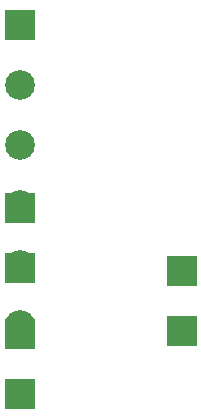
<source format=gbl>
G04 MADE WITH FRITZING*
G04 WWW.FRITZING.ORG*
G04 DOUBLE SIDED*
G04 HOLES PLATED*
G04 CONTOUR ON CENTER OF CONTOUR VECTOR*
%ASAXBY*%
%FSLAX23Y23*%
%MOIN*%
%OFA0B0*%
%SFA1.0B1.0*%
%ADD10C,0.099055*%
%ADD11R,0.099055X0.099055*%
%LNCOPPER0*%
G90*
G70*
G54D10*
<<<<<<< HEAD
X320Y1369D03*
X320Y1169D03*
X320Y969D03*
X320Y769D03*
X320Y569D03*
X320Y369D03*
G54D11*
X320Y1369D03*
=======
X858Y348D03*
X858Y548D03*
X320Y337D03*
X320Y137D03*
X318Y759D03*
X318Y559D03*
G54D11*
X858Y348D03*
X320Y337D03*
X318Y759D03*
>>>>>>> 652a290e6792c839e163a5ccaaf629e452f53e06
G04 End of Copper0*
M02*
</source>
